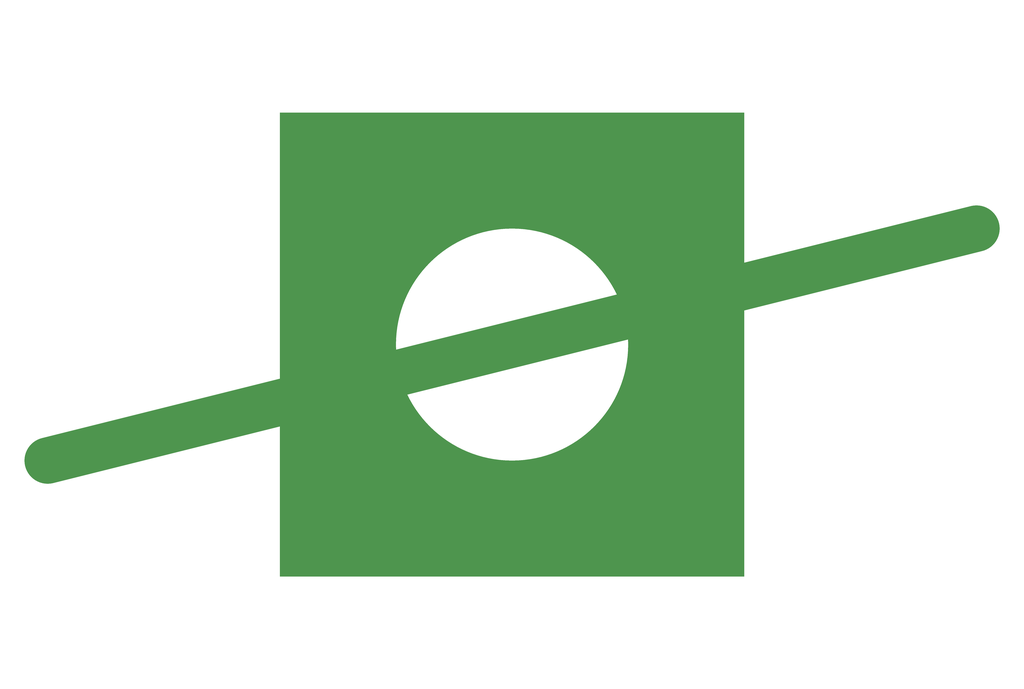
<source format=gbr>
%FSLAX26Y26*%
%MOIN*%
%AMSquareWithHole*
21,1,10,10,0,0,0*
1,0,5,0,0*%
%ADD10SquareWithHole*%
%ADD11C,1*%
G01*
%LPD*%
D11*
X-10000000Y-2500000D02*
X10000000Y2500000D01*
D10*
X0Y0D03*
M02*

</source>
